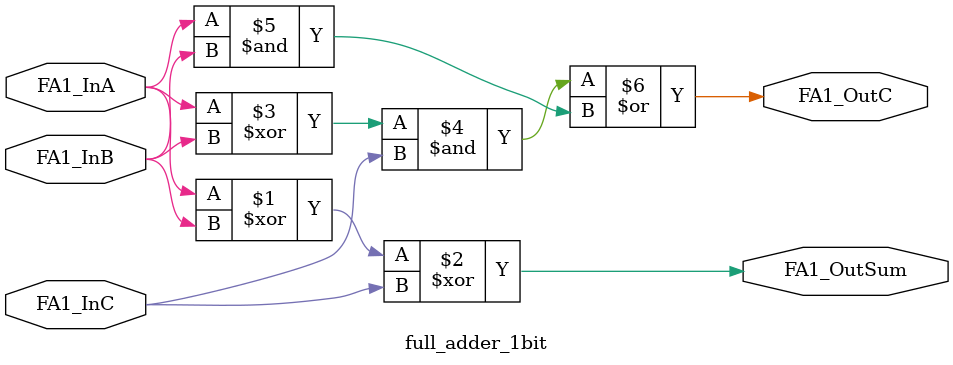
<source format=v>
module full_adder_1bit(
    input FA1_InA,
    input FA1_InB,
    input FA1_InC,
    output FA1_OutSum,
    output FA1_OutC
    );
    
    assign FA1_OutSum = FA1_InA^FA1_InB^FA1_InC;
    assign FA1_OutC = ((FA1_InA^FA1_InB)&FA1_InC)|(FA1_InA&FA1_InB);
    
endmodule

</source>
